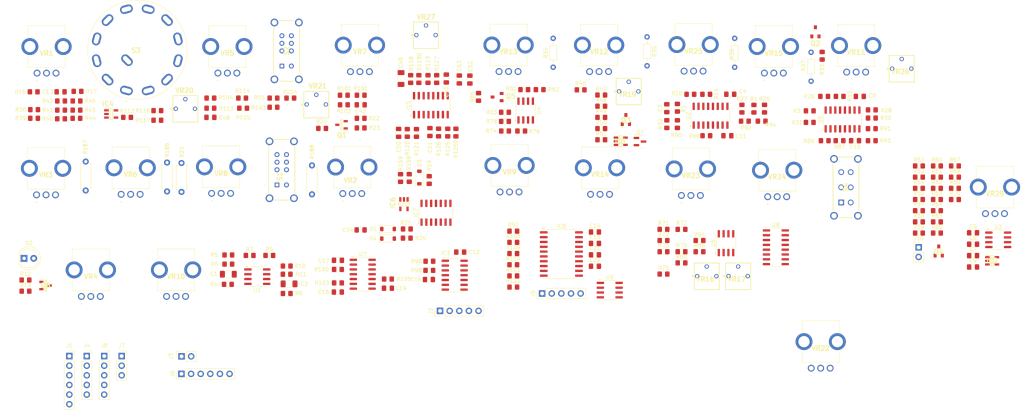
<source format=kicad_pcb>
(kicad_pcb (version 20241229) (generator "pcbnew") (generator_version "9.0")
  (layers (0 "F.Cu" signal) (2 "B.Cu" signal) (13 "F.Paste" user) (15 "B.Paste" user) (5 "F.SilkS" user "F.Silkscreen") (7 "B.SilkS" user "B.Silkscreen") (1 "F.Mask" user) (3 "B.Mask" user) (25 "Edge.Cuts" user))
  (net 0 "")
  (net 1 "Net-(U1A-+)")
  (net 2 "Net-(C1-Pad1)")
  (net 3 "Net-(U1B-+)")
  (net 4 "Raw_Triangle")
  (net 5 "+5VD")
  (net 6 "GNDD")
  (net 7 "GNDA")
  (net 8 "Net-(VR1-WIPER)")
  (net 9 "Net-(C16-Pad1)")
  (net 10 "Net-(U7A-+)")
  (net 11 "Net-(U7B-+)")
  (net 12 "Net-(U7C-+)")
  (net 13 "Vpwm")
  (net 14 "Net-(C48-Pad2)")
  (net 15 "+12VA")
  (net 16 "-5VA")
  (net 17 "Net-(C51-Pad2)")
  (net 18 "Net-(C52-Pad2)")
  (net 19 "Net-(C53-Pad2)")
  (net 20 "Net-(C54-Pad1)")
  (net 21 "VCOWave")
  (net 22 "Net-(C55-Pad2)")
  (net 23 "Sub2oct")
  (net 24 "Sub2octPW")
  (net 25 "Net-(D2-K)")
  (net 26 "Net-(D3-A)")
  (net 27 "Net-(D3-K)")
  (net 28 "Sub1oct")
  (net 29 "Delay")
  (net 30 "Rate")
  (net 31 "Square")
  (net 32 "~MCLR_LFO")
  (net 33 "ICSPCLK_LFO")
  (net 34 "ICSPDT_LFO")
  (net 35 "Gate")
  (net 37 "PWM_Sine")
  (net 38 "PWM_Triangle")
  (net 39 "PWM_Randum")
  (net 41 "RANGE_C")
  (net 42 "Net-(IC4-INPUT_-)")
  (net 43 "-12VA")
  (net 44 "Net-(IC5-Pad14)")
  (net 45 "Net-(IC5-Pad13)")
  (net 46 "VP")
  (net 47 "Net-(IC5-Pad2)")
  (net 48 "Vfci")
  (net 49 "Vso")
  (net 50 "Net-(IC5-Pad7)")
  (net 51 "Vtri")
  (net 52 "Net-(IC5-Pad1)")
  (net 53 "+5VA")
  (net 54 "Net-(IC6-INPUT_+)")
  (net 55 "Net-(IC7A-Q)")
  (net 56 "Net-(IC7A-D)")
  (net 57 "Net-(IC7B-D)")
  (net 58 "Net-(IC7A-C)")
  (net 59 "CV")
  (net 60 "Net-(C3-Pad2)")
  (net 61 "Net-(C4-Pad1)")
  (net 62 "EnvFlt")
  (net 63 "SubVP")
  (net 64 "VPseparate")
  (net 66 "Triangle")
  (net 67 "Sine")
  (net 68 "Randum")
  (net 69 "Net-(Q1-B)")
  (net 70 "Net-(Q3-B)")
  (net 71 "Net-(Q3-C)")
  (net 72 "Raw_Sine")
  (net 73 "Net-(U1A--)")
  (net 74 "Net-(R11-Pad2)")
  (net 75 "Net-(U1B--)")
  (net 76 "Net-(VR1-CW)")
  (net 77 "Net-(VR8-WIPER)")
  (net 78 "RANGE_16")
  (net 79 "RANGE_8")
  (net 80 "RANGE_4")
  (net 81 "RANGE_2")
  (net 82 "Net-(R42-Pad2)")
  (net 83 "PWM_S_MAN")
  (net 84 "Net-(R101-Pad1)")
  (net 85 "Net-(VR21-CW)")
  (net 86 "Net-(VR5-WIPER)")
  (net 87 "Net-(VR20-WIPER)")
  (net 88 "Net-(VR20-CW)")
  (net 89 "Net-(VR27-CCW)")
  (net 90 "Net-(R119-Pad2)")
  (net 91 "Net-(R125-Pad1)")
  (net 92 "Net-(VR6-WIPER)")
  (net 93 "Net-(VR3-WIPER)")
  (net 94 "Net-(VR2-WIPER)")
  (net 95 "Net-(VR7-WIPER)")
  (net 96 "PWM_S_ENV")
  (net 97 "PWMSource")
  (net 98 "Net-(U7D--)")
  (net 107 "VCA_ResoWav")
  (net 108 "Net-(C5-Pad2)")
  (net 109 "Net-(C6-Pad2)")
  (net 110 "VCF_OUT")
  (net 111 "Net-(C7-Pad2)")
  (net 112 "Net-(IC2-INPUT_+)")
  (net 113 "Net-(C8-Pad1)")
  (net 114 "Net-(IC2-OUTPUT)")
  (net 115 "Net-(VR29-CW)")
  (net 116 "Net-(C10-Pad1)")
  (net 117 "Net-(C11-Pad1)")
  (net 118 "Net-(C15-Pad1)")
  (net 119 "Net-(U9A-+)")
  (net 120 "Net-(U9B-+)")
  (net 121 "Net-(IC1-INPUT_-)")
  (net 122 "Net-(IC1-OUTPUT)")
  (net 123 "Net-(IC2-INPUT_-)")
  (net 124 "AmpWave")
  (net 125 "~MCLR_EG")
  (net 126 "AccLv")
  (net 127 "accFlt")
  (net 128 "Sustain")
  (net 129 "Release")
  (net 130 "accAmp")
  (net 131 "PWM_outAmp")
  (net 132 "Decay")
  (net 133 "Attack")
  (net 135 "ICSPDT_EG")
  (net 136 "PWM_outFlt")
  (net 137 "ICSPCLK_EG")
  (net 141 "VCF_ResoWav")
  (net 142 "Net-(J10-Pin_1)")
  (net 143 "Net-(Q2-B)")
  (net 144 "Net-(Q2-E)")
  (net 145 "Net-(Q4-B)")
  (net 146 "Net-(Q4-C)")
  (net 147 "Net-(Q4-E)")
  (net 148 "Net-(Q5-B)")
  (net 149 "Net-(Q5-E)")
  (net 150 "Net-(Q5-C)")
  (net 151 "Net-(Q6-B)")
  (net 152 "Net-(Q6-C)")
  (net 153 "Net-(Q7-B)")
  (net 154 "Net-(U2A--)")
  (net 155 "Net-(U2A-+)")
  (net 156 "Net-(U5A-+)")
  (net 157 "LP12db")
  (net 158 "Net-(U5A--)")
  (net 159 "LP6db")
  (net 160 "LP18db")
  (net 161 "Net-(U5C-+)")
  (net 162 "Net-(U2C-+)")
  (net 163 "Net-(VR13-WIPER)")
  (net 164 "Net-(VR25-WIPER)")
  (net 165 "Net-(VR15-WIPER)")
  (net 166 "Net-(VR19-WIPER)")
  (net 167 "VCFCnt")
  (net 168 "Net-(U3A--)")
  (net 169 "EnvAmp")
  (net 170 "Net-(R53-Pad1)")
  (net 171 "Net-(U8A-+)")
  (net 172 "Net-(R57-Pad2)")
  (net 173 "Net-(U8A--)")
  (net 174 "Net-(U3B-+)")
  (net 175 "Net-(R63-Pad2)")
  (net 176 "Net-(R65-Pad1)")
  (net 177 "VCACnt")
  (net 178 "Net-(U8C-+)")
  (net 179 "Net-(U8C--)")
  (net 180 "Net-(U4A--)")
  (net 181 "Net-(VR12-WIPER)")
  (net 182 "Net-(R75-Pad2)")
  (net 183 "Net-(R76-Pad2)")
  (net 184 "Net-(U6A-+)")
  (net 185 "Net-(U4B-+)")
  (net 186 "Net-(U6A--)")
  (net 187 "Net-(U6B--)")
  (net 188 "Net-(R83-Pad1)")
  (net 189 "Net-(VR16-CW)")
  (net 190 "Net-(VR17-CW)")
  (net 191 "ResoCnt")
  (net 192 "Net-(U5C--)")
  (net 193 "Net-(U2C--)")
  (net 194 "Net-(U9A--)")
  (net 195 "Net-(U9B--)")
  (net 202 "Net-(VR11-CW)")
  (footprint "Package_SO:SOIC-20W_7.5x12.8mm_P1.27mm" (layer "F.Cu") (at 163.322 88.9)
    (property "Reference" "IC8")
    (property "Value" "PIC16F13145-I/SO")
  )
  (footprint "Capacitor_SMD:C_0805_2012Metric_Pad1.18x1.45mm_HandSolder" (layer "F.Cu") (at 132.964 42.607 -90)
    (property "Reference" "C55")
    (property "Value" "CL21B103KBANNNC")
  )
  (footprint "Resistor_SMD:R_0805_2012Metric_Pad1.20x1.40mm_HandSolder" (layer "F.Cu") (at 173.847 52.861)
    (property "Reference" "R49")
    (property "Value" "0805W8F1001T5E")
  )
  (footprint "Resistor_SMD:R_0805_2012Metric_Pad1.20x1.40mm_HandSolder" (layer "F.Cu") (at 24.125 46.116 180)
    (property "Reference" "R16")
    (property "Value" "0805W8F1002T5E")
  )
  (footprint "SamacSys_parts:3362P_1" (layer "F.Cu") (at 98.674 52.974)
    (property "Reference" "VR21")
    (property "Value" "3362P-1-503LF" (hide yes))
  )
  (footprint "Package_SO:SOIC-8_3.9x4.9mm_P1.27mm" (layer "F.Cu") (at 278.561 85.152)
    (property "Reference" "U3")
    (property "Value" "TL072CDT")
  )
  (footprint "Package_SO:SOIC-16_3.9x9.9mm_P1.27mm" (layer "F.Cu") (at 202.676 52.418 90)
    (property "Reference" "U2")
    (property "Value" "LM13700")
  )
  (footprint "Capacitor_SMD:C_0805_2012Metric_Pad1.18x1.45mm_HandSolder" (layer "F.Cu") (at 104.378 90.551 180)
    (property "Reference" "C17")
    (property "Value" "GRM21B5C2E103FWAA")
  )
  (footprint "Resistor_SMD:R_0805_2012Metric_Pad1.20x1.40mm_HandSolder" (layer "F.Cu") (at 190.262 94.194)
    (property "Reference" "R75")
    (property "Value" "0805W8F1002T5E")
  )
  (footprint "Resistor_SMD:R_0805_2012Metric_Pad1.20x1.40mm_HandSolder" (layer "F.Cu") (at 190.262 82.394)
    (property "Reference" "R71")
    (property "Value" "0805W8F1002T5E")
  )
  (footprint "Connector_PinHeader_2.54mm:PinHeader_1x02_P2.54mm_Vertical" (layer "F.Cu") (at 257.571 87.142)
    (property "Reference" "J10")
    (property "Value" "AudioOut")
  )
  (footprint "Resistor_SMD:R_0805_2012Metric_Pad1.20x1.40mm_HandSolder" (layer "F.Cu") (at 173.847 58.761)
    (property "Reference" "R51")
    (property "Value" "0805W8F1002T5E")
  )
  (footprint "Capacitor_SMD:C_0805_2012Metric_Pad1.18x1.45mm_HandSolder" (layer "F.Cu") (at 172.182 86.11)
    (property "Reference" "C15")
    (property "Value" "CL21B103KBANNNC")
  )
  (footprint "Capacitor_SMD:C_0805_2012Metric_Pad1.18x1.45mm_HandSolder" (layer "F.Cu") (at 136.393 42.861 -90)
    (property "Reference" "C53")
    (property "Value" "ECH-U1H102GX5")
  )
  (footprint "Connector_PinHeader_2.54mm:PinHeader_1x05_P2.54mm_Vertical" (layer "F.Cu") (at 131.315 103.901 90)
    (property "Reference" "J2")
    (property "Value" "ICSP LFO")
  )
  (footprint "Resistor_SMD:R_0805_2012Metric_Pad1.20x1.40mm_HandSolder" (layer "F.Cu") (at 104.378 92.964)
    (property "Reference" "R100")
    (property "Value" "0805W8F1002T5E")
  )
  (footprint "Resistor_SMD:R_0805_2012Metric_Pad1.20x1.40mm_HandSolder" (layer "F.Cu") (at 122.554 82.296 180)
    (property "Reference" "R21")
    (property "Value" "0805W8F4702T5E")
  )
  (footprint "Package_SO:SOIC-14_3.9x8.7mm_P1.27mm" (layer "F.Cu") (at 110.92 94.234)
    (property "Reference" "U7")
    (property "Value" "MCP6234T-E/SL")
  )
  (footprint "Capacitor_SMD:C_0805_2012Metric_Pad1.18x1.45mm_HandSolder" (layer "F.Cu") (at 172.182 89.12)
    (property "Reference" "C21")
    (property "Value" "CL21B103KBANNNC")
  )
  (footprint "Capacitor_SMD:C_1206_3216Metric_Pad1.33x1.80mm_HandSolder" (layer "F.Cu") (at 121.026 42.607 90)
    (property "Reference" "C49")
    (property "Value" "C3216X5R1E476MTJ00E")
  )
  (footprint "Resistor_SMD:R_0805_2012Metric_Pad1.20x1.40mm_HandSolder" (layer "F.Cu") (at 128.463 69.378 -90)
    (property "Reference" "R19")
    (property "Value" "0805W8F4702T5E")
  )
  (footprint "SamacSys_parts:RK09D117000B" (layer "F.Cu") (at 59.182 100.076)
    (property "Reference" "VR10")
    (property "Value" "Rate 100KB" (hide yes))
  )
  (footprint "Connector_PinSocket_2.54mm:PinSocket_1x02_P2.54mm_Vertical" (layer "F.Cu") (at 63.123 115.901 90)
    (property "Reference" "J3")
    (property "Value" "D_Power")
  )
  (footprint "Resistor_SMD:R_0805_2012Metric_Pad1.20x1.40mm_HandSolder" (layer "F.Cu") (at 245.222 53.0355 180)
    (property "Reference" "R30")
    (property "Value" "0805W8F1002T5E")
  )
  (footprint "Resistor_SMD:R_0805_2012Metric_Pad1.20x1.40mm_HandSolder" (layer "F.Cu") (at 245.206 59.0045 180)
    (property "Reference" "R93")
    (property "Value" "0805W8F1002T5E")
  )
  (footprint "Resistor_SMD:R_0805_2012Metric_Pad1.20x1.40mm_HandSolder" (layer "F.Cu") (at 75.471 91.567 180)
    (property "Reference" "R6")
    (property "Value" "0805W8F2002T5E")
  )
  (footprint "Resistor_THT:R_Axial_DIN0207_L6.3mm_D2.5mm_P7.62mm_Horizontal" (layer "F.Cu") (at 63.119 72.517 90)
    (property "Reference" "R25")
    (property "Value" "390K")
  )
  (footprint "SamacSys_parts:SOT95P282X145-5N" (layer "F.Cu") (at 178.977 59.16)
    (property "Reference" "IC1")
    (property "Value" "AS321KTR-G1" (hide yes))
  )
  (footprint "SamacSys_parts:SOT95P282X145-5N" (layer "F.Cu") (at 44.572 51.958)
    (property "Reference" "IC4")
    (property "Value" "AS321KTR-G1" (hide yes))
  )
  (footprint "Package_SO:SOIC-16_3.9x9.9mm_P1.27mm" (layer "F.Cu") (at 219.899 87.122)
    (property "Reference" "U8")
    (property "Value" "LM13700")
  )
  (footprint "Resistor_SMD:R_0805_2012Metric_Pad1.20x1.40mm_HandSolder" (layer "F.Cu") (at 216.916 50.546 90)
    (property "Reference" "R29")
    (property "Value" "0805W8F1002T5E")
  )
  (footprint "Resistor_SMD:R_0805_2012Metric_Pad1.20x1.40mm_HandSolder" (layer "F.Cu") (at 262.401 65.672)
    (property "Reference" "R60")
    (property "Value" "0805W8F1002T5E")
  )
  (footprint "Resistor_SMD:R_0805_2012Metric_Pad1.20x1.40mm_HandSolder" (layer "F.Cu") (at 210.947 50.546 90)
    (property "Reference" "R27")
    (property "Value" "0805W8F6802T5E")
  )
  (footprint "Resistor_SMD:R_0805_2012Metric_Pad1.20x1.40mm_HandSolder" (layer "F.Cu") (at 35.412 50.942)
    (property "Reference" "R43")
    (property "Value" "0805W8F2003T5E")
  )
  (footprint "Capacitor_SMD:C_0805_2012Metric_Pad1.18x1.45mm_HandSolder" (layer "F.Cu") (at 172.182 92.13)
    (property "Reference" "C22")
    (property "Value" "CL21B103KBANNNC")
  )
  (footprint "SamacSys_parts:SOT95P240X115-3N" (layer "F.Cu") (at 27.262 97.216)
    (property "Reference" "Q6")
    (property "Value" "SS8050(RANGE:200-350)" (hide yes))
  )
  (footprint "Resistor_SMD:R_0805_2012Metric_Pad1.20x1.40mm_HandSolder" (layer "F.Cu") (at 257.651 74.522)
    (property "Reference" "R56")
    (property "Value" "0805W8F1002T5E")
  )
  (footprint "Diode_SMD:D_SOD-123" (layer "F.Cu") (at 125.857 68.723 90)
    (property "Reference" "D3")
    (property "Value" "1N4148W")
  )
  (footprint "Resistor_SMD:R_0805_2012Metric_Pad1.20x1.40mm_HandSolder" (layer "F.Cu") (at 267.151 74.522)
    (property "Reference" "R70")
    (property "Value" "0805W8F1003T5E")
  )
  (footprint "Resistor_SMD:R_0805_2012Metric_Pad1.20x1.40mm_HandSolder" (layer "F.Cu") (at 211.725 53.848)
    (property "Reference" "R92")
    (property "Value" "0805W8F6802T5E")
  )
  (footprint "Resistor_SMD:R_0805_2012Metric_Pad1.20x1.40mm_HandSolder" (layer "F.Cu") (at 262.401 68.622)
    (property "Reference" "R61")
    (property "Value" "0805W8F1001T5E")
  )
  (footprint "Resistor_SMD:R_0805_2012Metric_Pad1.20x1.40mm_HandSolder" (layer "F.Cu") (at 90.87 99.314 180)
    (property "Reference" "R9")
    (property "Value" "0805W8F1003T5E")
  )
  (footprint "Resistor_THT:R_Axial_DIN0207_L6.3mm_D2.5mm_P7.62mm_Horizontal" (layer "F.Cu") (at 97.536 65.532 -90)
    (property "Reference" "R188")
    (property "Value" "1M")
  )
  (footprint "Resistor_SMD:R_0805_2012Metric_Pad1.20x1.40mm_HandSolder" (layer "F.Cu") (at 201.565 57.69)
    (property "Reference" "R88")
    (property "Value" "0805W8F5600T5E")
  )
  (footprint "Resistor_SMD:R_0805_2012Metric_Pad1.20x1.40mm_HandSolder" (layer "F.Cu") (at 21.955 95.758)
    (property "Reference" "R12")
    (property "Value" "0805W8F1003T5E")
  )
  (footprint "Resistor_SMD:R_0805_2012Metric_Pad1.20x1.40mm_HandSolder" (layer "F.Cu") (at 152.736 56.454 180)
    (property "Reference" "R76")
    (property "Value" "0805W8F2003T5E")
  )
  (footprint "Resistor_SMD:R_0805_2012Metric_Pad1.20x1.40mm_HandSolder" (layer "F.Cu") (at 90.854 94.234 180)
    (property "Reference" "R11")
    (property "Value" "0805W8F1201T5E")
  )
  (footprint "Resistor_SMD:R_0805_2012Metric_Pad1.20x1.40mm_HandSolder" (layer "F.Cu") (at 128.492 93.218)
    (property "Reference" "R99")
    (property "Value" "0805W8F1000T5E")
  )
  (footprint "SamacSys_parts:RK09D117000B" (layer "F.Cu") (at 105.664 72.962)
    (property "Reference" "VR2")
    (property "Value" "SubSquare 10KB" (hide yes))
  )
  (footprint "Resistor_SMD:R_0805_2012Metric_Pad1.20x1.40mm_HandSolder" (layer "F.Cu") (at 120.904 68.85 -90)
    (property "Reference" "R259")
    (property "Value" "0805W8F3302T5E")
  )
  (footprint "Package_SO:SOIC-8_3.9x4.9mm_P1.27mm" (layer "F.Cu") (at 83.107 94.869)
    (property "Reference" "U1")
    (property "Value" "TL072CDT")
  )
  (footprint "Resistor_SMD:R_0805_2012Metric_Pad1.20x1.40mm_HandSolder" (layer "F.Cu") (at 35.428 48.529)
    (property "Reference" "R45")
    (property "Value" "0805W8F2003T5E")
  )
  (footprint "Resistor_SMD:R_0805_2012Metric_Pad1.20x1.40mm_HandSolder" (layer "F.Cu") (at 148.45 51.501 180)
    (property "Reference" "R83")
    (property "Value" "0805W8F1001T5E")
  )
  (footprint "Resistor_SMD:R_0805_2012Metric_Pad1.20x1.40mm_HandSolder" (layer "F.Cu") (at 257.651 77.472)
    (property "Reference" "R57")
    (property "Value" "0805W8F1003T5E")
  )
  (footprint "Resistor_SMD:R_0805_2012Metric_Pad1.20x1.40mm_HandSolder" (layer "F.Cu") (at 267.151 71.572)
    (property "Reference" "R69")
    (property "Value" "0805W8F4702T5E")
  )
  (footprint "Package_SO:SOIC-16_3.9x9.9mm_P1.27mm" (layer "F.Cu") (at 237.49 53.402 90)
    (property "Reference" "U5")
    (property "Value" "LM13700")
  )
  (footprint "Resistor_SMD:R_0805_2012Metric_Pad1.20x1.40mm_HandSolder" (layer "F.Cu") (at 199.762 88.294)
    (property "Reference" "R85")
    (property "Value" "0805W8F1001T5E")
  )
  (footprint "Capacitor_SMD:C_0805_2012Metric_Pad1.18x1.45mm_HandSolder" (layer "F.Cu") (at 240.7985 59.0045 180)
    (property "Reference" "C10")
    (property "Value" "ECH-U1H221JX5")
  )
  (footprint "Resistor_SMD:R_0805_2012Metric_Pad1.20x1.40mm_HandSolder" (layer "F.Cu") (at 130.424 42.734 90)
    (property "Reference" "R127")
    (property "Value" "0805W8F5600T5E")
  )
  (footprint "Resistor_SMD:R_0805_2012Metric_Pad1.20x1.40mm_HandSolder" (layer "F.Cu") (at 128.508 90.805)
    (property "Reference" "R98")
    (property "Value" "0805W8F1001T5E")
  )
  (footprint "Resistor_SMD:R_0805_2012Metric_Pad1.20x1.40mm_HandSolder" (layer "F.Cu") (at 70.734 50.434 180)
    (property "Reference" "R113")
    (property "Value" "0805W8F5600T5E")
  )
  (footprint "Resistor_SMD:R_0805_2012Metric_Pad1.20x1.40mm_HandSolder" (layer "F.Cu") (at 190.262 85.344)
    (property "Reference" "R72")
    (property "Value" "0805W8F5600T5E")
  )
  (footprint "Package_SO:SOIC-8_3.9x4.9mm_P1.27mm" (layer "F.Cu") (at 206.756 86.041 90)
    (property "Reference" "U6")
    (property "Value" "TL072CDT")
  )
  (footprint "Resistor_SMD:R_0805_2012Metric_Pad1.20x1.40mm_HandSolder" (layer "F.Cu") (at 228.839 54.1785 180)
    (property "Reference" "R31")
    (property "Value" "0805W8F1003T5E")
  )
  (footprint "Resistor_SMD:R_0805_2012Metric_Pad1.20x1.40mm_HandSolder" (layer "F.Cu") (at 79.37 50.434)
    (property "Reference" "R115")
    (property "Value" "0805W8F4703T5E")
  )
  (footprint "Capacitor_SMD:C_0805_2012Metric_Pad1.18x1.45mm_HandSolder" (layer "F.Cu") (at 31.221 46.116)
    (property "Reference" "C13")
    (property "Value" "CL21B102KBCNNNC")
  )
  (footprint "SamacSys_parts:RK09D117000B" (layer "F.Cu") (at 229.23 119.014)
    (property "Reference" "VR22")
    (property "Value" "AccLevel 10KB" (hide yes))
  )
  (footprint "SamacSys_parts:RK09D117000B" (layer "F.Cu") (at 147.151 72.532)
    (property "Reference" "VR9")
    (property "Value" "Attack 100KA" (hide yes))
  )
  (footprint "Resistor_SMD:R_0805_2012Metric_Pad1.20x1.40mm_HandSolder" (layer "F.Cu") (at 150.638 88.773)
    (property "Reference" "R109")
    (property "Value" "0805W8F1002T5E")
  )
  (footprint "Capacitor_SMD:C_0805_2012Metric_Pad1.18x1.45mm_HandSolder" (layer "F.Cu") (at 104.3565 98.933 180)
    (property "Reference" "C18")
    (property "Value" "GRM21B5C2E103FWAA")
  )
  (footprint "Resistor_SMD:R_0805_2012Metric_Pad1.20x1.40mm_HandSolder" (layer "F.Cu") (at 125.725 42.734 -90)
    (property "Reference" "R1190")
    (property "Value" "0805W8F4703T5E")
  )
  (footprint "Resistor_SMD:R_0805_2012Metric_Pad1.20x1.40mm_HandSolder" (layer "F.Cu") (at 232.792 59.0045)
    (property "Reference" "R89")
    (property "Value" "0805W8F5600T5E")
  )
  (footprint "Capacitor_SMD:C_0805_2012Metric_Pad1.18x1.45mm_HandSolder" (layer "F.Cu") (at 207.8775 46.752)
    (property "Reference" "C4")
    (property "Value" "ECH-U1H221JX5")
  )
  (footprint "Connector_PinHeader_2.54mm:PinHeader_1x05_P2.54mm_Vertical" (layer "F.Cu") (at 158.242 99.314 90)
    (property "Reference" "J5")
    (property "Value" "ICSP EG")
  )
  (footprint "Resistor_SMD:R_0805_2012Metric_Pad1.20x1.40mm_HandSolder" (layer "F.Cu") (at 123.19 68.834 90)
    (property "Reference" "R258")
    (property "Value" "0805w8f4703t5e")
  )
  (footprint "Resistor_SMD:R_0805_2012Metric_Pad1.20x1.40mm_HandSolder" (layer "F.Cu") (at 135.504 56.863 90)
    (property "Reference" "R1250")
    (property "Value" "0805W8F4703T5E")
  )
  (footprint "Resistor_SMD:R_0805_2012Metric_Pad1.20x1.40mm_HandSolder" (layer "F.Cu") (at 122.677 56.958 90)
    (property "Reference" "R120")
    (property "Value" "0805W8F2702T5E")
  )
  (footprint "Resistor_SMD:R_0805_2012Metric_Pad1.20x1.40mm_HandSolder" (layer "F.Cu") (at 262.401 77.472)
    (property "Reference" "R64")
    (property "Value" "0805W8F5101T5E")
  )
  (footprint "Resistor_SMD:R_0805_2012Metric_Pad1.20x1.40mm_HandSolder" (layer "F.Cu") (at 216.154 53.848 180)
    (property "Reference" "R94")
    (property "Value" "0805W8F1002T5E")
  )
  (footprint "SamacSys_parts:3362P_1" (layer "F.Cu") (at 181.102 49.533)
    (property "Reference" "VR19")
    (property "Value" "3362P-1-104LF" (hide yes))
  )
  (footprint "SamacSys_parts:1SS294LFT" (layer "F.Cu") (at 180.34 53.426)
    (property "Reference" "Q3")
    (property "Value" "2SA1162-GR_F_" (hide yes))
  )
  (footprint "Diode_SMD:D_SOD-123" (layer "F.Cu") (at 117.602 82.296)
    (property "Reference" "D1")
    (property "Value" "1N4148W")
  )
  (footprint "Resistor_SMD:R_0805_2012Metric_Pad1.20x1.40mm_HandSolder" (layer "F.Cu") (at 267.151 68.622)
    (property "Reference" "R68")
    (property "Value" "0805W8F1002T5E")
  )
  (footprint "Resistor_SMD:R_0805_2012Metric_Pad1.20x1.40mm_HandSolder" (layer "F.Cu") (at 148.45 53.914 180)
    (property "Reference" "R78")
    (property "Value" "0805W8F1002T5E")
  )
  (footprint "Capacitor_SMD:C_0805_2012Metric_Pad1.18x1.45mm_HandSolder" (layer "F.Cu") (at 271.931 92.332)
    (property "Reference" "C9")
    (property "Value" "CL21B105KBFNNNE")
  )
  (footprint "Capacitor_SMD:C_0805_2012Metric_Pad1.18x1.45mm_HandSolder" (layer "F.Cu") (at 128.646 56.7255 90)
    (property "Reference" "C51")
    (property "Value" "CL21B103KBANNNC")
  )
  (footprint "Package_SO:SOIC-8_3.9x4.9mm_P1.27mm" (layer "F.Cu") (at 176.084 98.425)
    (property "Reference" "U9")
    (property "Value" "MCP6232-E_P")
  )
  (footprint "SamacSys_parts:SOT95P282X145-5N" (layer "F.Cu") (at 121.793 75.748 -90)
    (property "Reference" "IC6")
    (property "Value" "AS321KTR-G1" (hide yes))
  )
  (footprint "SamacSys_parts:RK09D117000B" (layer "F.Cu") (at 216.874 41.163)
    (property "Reference" "VR15")
    (property "Value" "Mod 100KA" (hide yes))
  )
  (footprint "SamacSys_parts:MS2201L6" (layer "F.Cu") (at 237.149 75.31 90)
    (property "Reference" "S4")
    (property "Value" "MS2201L6" (hide yes))
  )
  (footprint "Capacitor_SMD:C_0805_2012Metric_Pad1.18x1.45mm_HandSolder" (layer "F.Cu") (at 128.381 95.631 180)
    (property "Reference" "C16")
    (property "Value" "CL21B103KBANNNC")
  )
  (footprint "Resistor_SMD:R_0805_2012Metric_Pad1.20x1.40mm_HandSolder" (layer "F.Cu") (at 173.847 55.811)
    (property "Reference" "R50")
    (property "Value" "0805W8F1003T5E")
  )
  (footprint "Capacitor_SMD:C_0805_2012Metric_Pad1.18x1.45mm_HandSolder" (layer "F.Cu") (at 70.734 52.847 180)
    (property "Reference" "C48")
    (property "Value" "CL21B103KBANNNC")
  )
  (footprint "Connector_PinSocket_2.54mm:PinSocket_1x05_P2.54mm_Vertical" (layer "F.Cu") (at 38.128 115.824)
    (property "Reference" "J4")
    (property "Value" "LFO")
  )
  (footprint "Capacitor_SMD:C_0805_2012Metric_Pad1.18x1.45mm_HandSolder" (layer "F.Cu") (at 271.931 89.322)
    (property "Reference" "C7")
    (property "Value" "CL21B105KBFNNNE")
  )
  (footprint "SamacSys_parts:RK09D117000B" (layer "F.Cu") (at 72.719 41.163)
    (property "Reference" "VR5")
    (property "Value" "Mod 100KA" (hide yes))
  )
  (footprint "Resistor_SMD:R_0805_2012Metric_Pad1.20x1.40mm_HandSolder" (layer "F.Cu") (at 262.401 74.522)
    (property "Reference" "R63")
    (property "Value" "0805W8F1002T5E")
  )
  (footprint "Resistor_SMD:R_0805_2012Metric_Pad1.20x1.40mm_HandSolder" (layer "F.Cu") (at 228.839 51.1305)
    (property "Reference" "R3")
    (property "Value" "0805W8F1003T5E")
  )
  (footprint "Resistor_SMD:R_0805_2012Metric_Pad1.20x1.40mm_HandSolder" (layer "F.Cu") (at 190.262 88.294)
    (property "Reference" "R73")
    (property "Value" "0805W8F5600T5E")
  )
  (footprint "Capacitor_SMD:C_1206_3216Metric_Pad1.33x1.80mm_HandSolder" (layer "F.Cu") (at 91.489 96.774 180)
    (property "Reference" "C2")
    (property "Value" "CL31A476MPHNNNE")
  )
  (footprint "SamacSys_parts:1SS294LFT" (layer "F.Cu") (at 230.341 30.283)
    (property "Reference" "Q2")
    (property "Value" "2SA1162-GR_F_" (hide yes))
  )
  (footprint "Connector_PinSocket_2.54mm:PinSocket_1x06_P2.54mm_Vertical" (layer "F.Cu") (at 33.528 115.824)
    (property "Reference" "J1")
    (property "Value" "VCOOut")
  )
  (footprint "SamacSys_parts:MS2301L6" (layer "F.Cu") (at 89.6 39.318 90)
    (property "Reference" "S2")
    (property "Value" "MS2301L6" (hide yes))
  )
  (footprint "SamacSys_parts:RK09D117000B" (layer "F.Cu") (at 275.204 78.247)
    (property "Reference" "VR29")
    (property "Value" "Volume 100KA" (hide yes))
  )
  (footprint "Resistor_SMD:R_0805_2012Metric_Pad1.20x1.40mm_HandSolder" (layer "F.Cu") (at 79.116 47.767 180)
    (property "Reference" "R114")
    (property "Value" "0805W8F1003T5E")
  )
  (footprint "Connector_PinSocket_2.54mm:PinSocket_1x05_P2.54mm_Vertical" (layer "F.Cu") (at 42.728 115.824)
    (property "Reference" "J8")
    (property "Value" "DigiInput")
  )
  (footprint "LED_THT:LED_D5.0mm_FlatTop" (layer "F.Cu") (at 21.59 90.043)
    (property "Reference" "D2")
    (property "Value" "LED")
  )
  (footprint "Package_SO:SOIC-14_3.9x8.7mm_P1.27mm" (layer "F.Cu") (at 130.241 78.014 90)
    (property "Reference" "IC7")
    (property "Value" "HEF4013BT,653")
  )
  (footprint "SamacSys_parts:RK09D117000B" (layer "F.Cu") (at 238.591 40.909)
    (property "Reference" "VR11")
    (property "Value" "KYBD 100KB" (hide yes))
  )
  (footprint "Resistor_SMD:R_0805_2012Metric_Pad1.20x1.40mm_HandSolder" (layer "F.Cu") (at 70.734 47.767)
    (property "Reference" "R104")
    (property "Value" "0805W8F2203T5E")
  )
  (footprint "Capacitor_SMD:C_0805_2012Metric_Pad1.18x1.45mm_HandSolder" (layer "F.Cu") (at 110.39 49.545 180)
    (property "Reference" "C42")
    (property "Value" "CL21B103KBANNNC")
  )
  (footprint "Resistor_SMD:R_0805_2012Metric_Pad1.20x1.40mm_HandSolder" (layer "F.Cu") (at 232.119 36.592 -90)
    (property "Reference" "R33")
    (property "Value" "0805W8F3302T5E")
  )
  (footprint "Connector_PinHeader_2.54mm:PinHeader_1x06_P2.54mm_Vertical" (layer "F.Cu") (at 63.093 120.521 90)
    (property "Reference" "J6")
    (property "Value" "A_Power")
  )
  (footprint "Resistor_SMD:R_0805_2012Metric_Pad1.20x1.40mm_HandSolder" (layer "F.Cu") (at 24.22 53.101)
    (property "Reference" "R39")
    (property "Value" "0805W8F2003T5E")
  )
  (footprint "SamacSys_parts:SOT95P282X145-5N" (layer "F.Cu") (at 276.961 90.702)
    (property "Reference" "IC2")
    (property "Value" "AS321KTR-G1" (hide yes))
  )
  (footprint "Resistor_SMD:R_0805_2012Metric_Pad1.20x1.40mm_HandSolder" (layer "F.Cu") (at 193.929 50.308 -90)
    (property "Reference" "R2")
    (property "Value" "0805W8F1003T5E")
  )
  (footprint "Resistor_THT:R_Axial_DIN0207_L6.3mm_D2.5mm_P7.62mm_Horizontal" (layer "F.Cu") (at 59.309 72.39 90)
    (property "Reference" "R186")
    (property "Value" "470K")
  )
  (footprint "SamacSys_parts:RK09D117000B" (layer "F.Cu") (at 217.758 73.787)
    (property "Reference" "VR24")
    (property "Value" "Release 100KA" (hide yes))
  )
  (footprint "Resistor_SMD:R_0805_2012Metric_Pad1.20x1.40mm_HandSolder" (layer "F.Cu") (at 130.932 56.847 90)
    (property "Reference" "R126")
    (property "Value" "0805W8F1002T5E")
  )
  (footprint "Capacitor_SMD:C_0805_2012Metric_Pad1.18x1.45mm_HandSolder" (layer "F.Cu") (at 117.57 97.917)
    (property "Reference" "C19")
    (property "Value" "GRM21B5C2E103FWAA")
  )
  (footprint "SamacSys_parts:3362P_1" (layer "F.Cu") (at 127.6155 34.677)
    (property "Reference" "VR27")
    (property "Value" "3362P-1-501LF" (hide yes))
  )
  (footprint "Resistor_SMD:R_0805_2012Metric_Pad1.20x1.40mm_HandSolder" (layer "F.Cu") (at 117.57 95.504 180)
    (property "Reference" "R105")
    (property "Value" "0805W8F1002T5E")
  )
  (footprint "Resistor_SMD:R_0805_2012Metric_Pad1.20x1.40mm_HandSolder" (layer "F.Cu") (at 24.236 50.815)
    (property "Reference" "R38")
    (property "Value" "0805W8F2003T5E")
  )
  (footprint "SamacSys_parts:RK09D117000B" (layer "F.Cu") (at 47.197 73.152)
    (property "Reference" "VR6")
    (property "Value" "Square 10KB" (hide yes))
  )
  (footprint "Resistor_SMD:R_0805_2012Metric_Pad1.20x1.40mm_HandSolder" (layer "F.Cu") (at 197.358 46.768)
    (property "Reference" "R18")
    (property "Value" "0805W8F5600T5E")
  )
  (footprint "Resistor_SMD:R_0805_2012Metric_Pad1.20x1.40mm_HandSolder" (layer "F.Cu") (at 201.533 46.768 180)
    (property "Reference" "R14")
    (property "Value" "0805W8F5600T5E")
  )
  (footprint "Diode_SMD:D_SOD-123" (layer "F.Cu") (at 117.601 84.836)
    (property "Reference" "D4")
    (property "Value" "1N4148W")
  )
  (footprint "Resistor_SMD:R_0805_2012Metric_Pad1.20x1.40mm_HandSolder" (layer "F.Cu") (at 153.53 45.532)
    (property "Reference" "R81")
    (property "Value" "0805W8F1001T5E")
  )
  (footprint "Connector_PinSocket_2.54mm:PinSocket_1x03_P2.54mm_Vertical" (layer "F.Cu") (at 47.328 115.824)
    (property "Reference" "J7")
    (property "Value" "VCFOut")
  )
  (footprint "Resistor_SMD:R_0805_2012Metric_Pad1.20x1.40mm_HandSolder" (layer "F.Cu") (at 195.012 82.394)
    (property "Reference" "R77")
    (property "Value" "0805W8F5101T5E")
  )
  (footprint "Resistor_SMD:R_0805_2012Metric_Pad1.20x1.40mm_HandSolder" (layer "F.Cu") (at 31.348 48.529)
    (property "Reference" "R42")
    (property "Value" "0805W8F2003T5E")
  )
  (footprint "Resistor_SMD:R_0805_2012Metric_Pad1.20x1.40mm_HandSolder" (layer "F.Cu") (at 48.763 52.847)
    (property "Reference" "R112")
    (property "Value" "0805W8F1003T5E")
  )
  (footprint "SamacSys_parts:RK09D117000B" (layer "F.Cu") (at 171.022 73.152)
    (property "Reference" "VR14")
    (property "Value" "Decay 100KA" (hide yes))
  )
  (footprint "Capacitor_SMD:C_0805_2012Metric_Pad1.18x1.45mm_HandSolder" (layer "F.Cu") (at 191.135 50.435 90)
    (property "Reference" "C3")
    (property "Value" "CL21A106KAYNNNE")
  )
  (footprint "Resistor_SMD:R_0805_2012Metric_Pad1.20x1.40mm_HandSolder" (layer "F.Cu") (at 87.371 50.18 180)
    (property "Reference" "R193")
    (property "Value" "0805W8F3302T5E")
  )
  (footprint "Resistor_SMD:R_0805_2012Metric_Pad1.20x1.40mm_HandSolder" (layer "F.Cu") (at 262.401 80.422)
    (property "Reference" "R65")
    (property "Value" "0805W8F1001T5E")
  )
  (footprint "SamacSys_parts:3362P_1" (layer "F.Cu") (at 64.13 54.117)
    (property "Reference" "VR20")
    (property "Value" "3362P-1-503LF" (hide yes))
  )
  (footprint "Resistor_SMD:R_0805_2012Metric_Pad1.20x1.40mm_HandSolder" (layer "F.Cu") (at 90.87 92.075 180)
    (property "Reference" "R10")
    (property "Value" "0805W8F1002T5E")
  )
  (footprint "Resistor_SMD:R_0805_2012Metric_Pad1.20x1.40mm_HandSolder" (layer "F.Cu") (at 110.374 53.101 180)
    (property "Reference" "R22")
    (property "Value" "0805W8F1002T5E")
  )
  (footprint "Resistor_SMD:R_0805_2012Metric_Pad1.20x1.40mm_HandSolder" (layer "F.Cu") (at 150.638 85.823)
    (property "Reference" "R106")
    (property "Value" "0805W8F1000T5E")
  )
  (footprint "Resistor_SMD:R_0805_2012Metric_Pad1.20x1.40mm_HandSolder" (layer "F.Cu") (at 56.744 51.069 180)
    (property "Reference" "R116")
    (property "Value" "0805W8F1003T5E")
  )
  (footprint "Resistor_SMD:R_0805_2012Metric_Pad1.20x1.40mm_HandSolder" (layer "F.Cu") (at 110.374 55.641 180)
    (property "Reference" "R23")
    (property "Value" "0805W8F1001T5E")
  )
  (footprint "SamacSys_parts:1SS294LFT" (layer "F.Cu") (at 146.361 47.498 90)
    (property "Reference" "Q5")
    (property "Value" "2SA1162-GR_F_" (hide yes))
  )
  (footprint "Resistor_SMD:R_0805_2012Metric_Pad1.20x1.40mm_HandSolder" (layer "F.Cu") (at 191.135 54.626 -90)
    (property "Reference" "R32")
    (property "Value" "0805W8F1003T5E")
  )
  (footprint "Resistor_SMD:R_0805_2012Metric_Pad1.20x1.40mm_HandSolder" (layer "F.Cu") (at 86.282 89.281)
    (property "Reference" "R8")
    (property "Value" "0805W8F1000T5E")
  )
  (footprint "Resistor_SMD:R_0805_2012Metric_Pad1.20x1.40mm_HandSolder" (layer "F.Cu") (at 257.651 65.672)
    (property "Reference" "R52")
    (property "Value" "0805W8F1003T5E")
  )
  (footprint "Resistor_SMD:R_0805_2012Metric_Pad1.20x1.40mm_HandSolder" (layer "F.Cu") (at 91.816 47.767)
    (property "Reference" "R214")
    (property "Value" "0805W8F1002T5E")
  )
  (footprint "Resistor_SMD:R_0805_2012Metric_Pad1.20x1.40mm_HandSolder" (layer "F.Cu") (at 150.638 94.673)
    (property "Reference" "R111")
    (property "Value" "0805W8F1000T5E")
  )
  (footprint "Resistor_SMD:R_0805_2012Metric_Pad1.20x1.40mm_HandSolder" (layer "F.Cu") (at 195.012 88.294)
    (property "Reference" "R79")
    (property "Value" "0805W8F1002T5E")
  )
  (footprint "SamacSys_parts:3362P_1" (layer "F.Cu") (at 209.955 98.272)
    (property "Reference" "VR17")
    (property "Value" "3362P-1-103LF" (hide yes))
  )
  (footprint "Resistor_SMD:R_0805_2012Metric_Pad1.20x1.40mm_HandSolder" (layer "F.Cu") (at 236.697 59.0045 180)
    (property "Reference" "R87")
    (property "Value" "0805W8F5600T5E")
  )
  (footprint "Capacitor_SMD:C_0805_2012Metric_Pad1.18x1.45mm_HandSolder" (layer "F.Cu") (at 271.931 83.302)
    (property "Reference" "C5")
    (property "Value" "CL21A106KAYNNNE")
  )
  (footprint "SamacSys_parts:RK09D117000B" (layer "F.Cu") (at 71.068 72.898)
    (property "Reference" "VR8")
    (property "Value" "Triangle 100KB" (hide yes))
  )
  (footprint "Resistor_SMD:R_0805_2012Metric_Pad1.20x1.40mm_HandSolder" (layer "F.Cu") (at 122.538 84.709 180)
    (property "Reference" "R20")
    (property "Value" "0805W8F4702T5E")
  )
  (footprint "SamacSys_parts:RK09D117000B" (layer "F.Cu") (at 195.702 40.655)
    (property "Reference" "VR25")
    (property "Value" "Env 100KB" (hide yes))
  )
  (footprint "SamacSys_parts:RK09D117000B" (layer "F.Cu") (at 25.009 41.178)
    (property "Reference" "VR1")
    (property "Value" "Tune 10KB" (hide yes))
  )
  (footprint "Resistor_SMD:R_0805_2012Metric_Pad1.20x1.40mm_HandSolder" (layer "F.Cu") (at 56.744 53.609)
    (property "Reference" "R117")
    (property "Value" "0805W8F2203T5E")
  )
  (footprint "Resistor_SMD:R_0805_2012Metric_Pad1.20x1.40mm_HandSolder" (layer "F.Cu") (at 173.847 49.911)
    (property "Reference" "R48")
    (property "Value" "0805W8F4702T5E")
  )
  (footprint "SamacSys_parts:RK09D117000B" (layer "F.Cu") (at 107.686 40.797)
    (property "Reference" "VR7")
    (property "Value" "PWM Duty10KB" (hide yes))
  )
  (footprint "Resistor_SMD:R_0805_2012Metric_Pad1.20x1.40mm_HandSolder" (layer "F.Cu") (at 262.401 71.572)
    (property "Reference" "R62")
    (property "Value" "0805W8F1001T5E")
  )
  (footprint "Resistor_SMD:R_0805_2012Metric_Pad1.20x1.40mm_HandSolder" (layer "F.Cu") (at 110.39 47.005 180)
    (property "Reference" "R191")
    (property "Value" "0805W8F1003T5E")
  )
  (footprint "Resistor_SMD:R_0805_2012Metric_Pad1.20x1.40mm_HandSolder" (layer "F.Cu") (at 21.955 98.708)
    (property "Reference" "R13")
    (property "Value" "0805W8F2201T5E")
  )
  (footprint "Resistor_SMD:R_0805_2012Metric_Pad1.20x1.40mm_HandSolder" (layer "F.Cu") (at 236.745 47.3205 180)
    (property "Reference" "R15")
    (property "Value" "0805W8F5600T5E")
  )
  (footprint "Resistor_THT:R_Axial_DIN0207_L6.3mm_D2.5mm_P7.62mm_Horizontal" (layer "F.Cu") (at 37.846 72.136 90)
    (property "Reference" "R187")
    (property "Value" "470K")
  )
  (footprint "Resistor_SMD:R_0805_2012Metric_Pad1.20x1.40mm_HandSolder" (layer "F.Cu") (at 257.651 80.422)
    (property "Reference" "R58")
    (property "Value" "0805W8F5600T5E")
  )
  (footprint "Resistor_SMD:R_0805_2012Metric_Pad1.20x1.40mm_HandSolder" (layer "F.Cu") (at 257.651 83.372)
    (property "Reference" "R59")
    (property "Value" "0805W8F5600T5E")
  )
  (footprint "Capacitor_SMD:C_0805_2012Metric_Pad1.18x1.45mm_HandSolder" (layer "F.Cu") (at 207.1155 57.69)
    (property "Reference" "C11")
    (property "Value" "ECH-U1H221JX5")
  )
  (footprint "Package_SO:SOP-16_3.9x9.9mm_P1.27mm" (layer "F.Cu") (at 128.9 49.632 90)
    (property "Reference" "IC5")
    (property "Value" "V3340M")
  )
  (footprint "Resistor_SMD:R_0805_2012Metric_Pad1.20x1.40mm_HandSolder" (layer "F.Cu") (at 245.206 55.8295 180)
    (property "Reference" "R91")
    (property "Value" "0805W8F6802T5E")
  )
  (footprint "Capacitor_SMD:C_0805_2012Metric_Pad1.18x1.45mm_HandSolder" (layer "F.Cu") (at 139.187 42.8825 -90)
    (property "Reference" "C52")
    (property "Value" "CL21B103KBANNNC")
  )
  (footprint "Capacitor_SMD:C_1206_3216Metric_Pad1.33x1.80mm_HandSolder" (layer "F.Cu") (at 75.471 94.234)
    (property "Reference" "C1")
    (property "Value" "CL31A476MPHNNNE")
  )
  (footprint "Resistor_SMD:R_0805_2012Metric_Pad1.20x1.40mm_HandSolder" (layer "F.Cu") (at 105.945 49.545 180)
    (property "Reference" "R102")
    (property "Value" "0805W8F4703T5E")
  )
  (footprint "Capacitor_SMD:C_0805_2012Metric_Pad1.18x1.45mm_HandSolder" (layer "F.Cu") (at 271.931 86.312)
    (property "Reference" "C6")
    (property "Value" "CL21A106KAYNNNE")
  )
  (footprint "SamacSys_parts:3362P_1" (layer "F.Cu") (at 201.676 98.272)
    (property "Reference" "VR16")
    (property "Value" "3362P-1-103LF" (hide yes))
  )
  (footprint "Resistor_SMD:R_0805_2012Metric_Pad1.20x1.40mm_HandSolder" (layer "F.Cu") (at 128.138 42.734 90)
    (property "Reference" "R119")
    (property "Value" "0805W8F1004T5E")
  )
  (footprint "Resistor_THT:R_Axial_DIN0204_L3.6mm_D1.6mm_P7.62mm_Horizontal" (layer "F.Cu") (at 185.928 31.623 -90)
    (property "Reference" "R35")
    (property "Value" "56K")
  )
  (footprint "Resistor_SMD:R_0805_2012Metric_Pad1.20x1.40mm_HandSolder" (layer "F.Cu") (at 232.649 47.3205)
    (property "Reference" "R26")
    (property "Value" "0805W8F5600T5E")
  )
  (footprint "Resistor_SMD:R_0805_2012Metric_Pad1.20x1.40mm_HandSolder" (layer "F.Cu") (at 75.471 89.154)
    (property "Reference" "R5")
    (property "Value" "0805W8F3002T5E")
  )
  (footprint "Resistor_SMD:R_0805_2012Metric_Pad1.20x1.40mm_HandSolder" (layer "F.Cu") (at 214.122 50.562 -90)
    (property "Reference" "R1")
    (property "Value" "0805W8F1003T5E")
  )
  (footprint "Capacitor_SMD:C_0805_2012Metric_Pad1.18x1.45mm_HandSolder" (layer "F.Cu") (at 110.363 82.55 180)
    (property "Reference" "C54")
    (property "Value" "CL21A106KAYNNNE")
  )
  (footprint "Capacitor_SMD:C_0805_2012Metric_Pad1.18x1.45mm_HandSolder" (layer "F.Cu") (at 172.182 83.1)
    (property "Reference" "C14")
    (property "Value" "0.1uF")
  )
  (footprint "Resistor_SMD:R_0805_2012Metric_Pad1.20x1.40mm_HandSolder" (layer "F.Cu") (at 157.594 45.532 180)
    (property "Reference" "R82")
    (property "Value" "0805W8F1001T5E")
  )
  (footprint "Resistor_SMD:R_0805_2012Metric_Pad1.20x1.40mm_HandSolder" (layer "F.Cu") (at 123.566 42.734 90)
    (property "Reference" "R118")
    (property "Value" "0805W8F1501T5E")
  )
  (footprint "Package_TO_SOT_SMD:SOT-23" (layer "F.Cu") (at 184.057 59.235)
    (property "Reference" "Q7")
    (property "Value" "SS8050(RANGE:200-350)")
  )
  (footprint "Resistor_SMD:R_0805_2012Metric_Pad1.20x1.40mm_HandSolder" (layer "F.Cu") (at 81.091 89.281)
    (property "Reference" "R7")
    (property "Value" "0805W8F1000T5E")
  )
  (footprint "Capacitor_SMD:C_0805_2012Metric_Pad1.18x1.45mm_HandSolder" (layer "F.Cu") (at 242.047 47.3205)
    (property "Reference" "C8")
    (property "Value" "ECH-U1H221JX5")
  )
  (footprint "SamacSys_parts:RK09D117000B" (layer "F.Cu") (at 170.773 40.782)
    (property "Reference" "VR12")
    (property "Value" "Resonance 100KB" (hide yes))
  )
  (footprint "Resistor_SMD:R_0805_2012Metric_Pad1.20x1.40mm_HandSolder" (layer "F.Cu") (at 199.762 85.344)
    (property "Reference" "R84")
    (property "Value" "0805W8F1002T5E")
  )
  (footprint "SamacSys_parts:3362P_1" (layer "F.Cu") (at 253.111 43.535)
    (property "Reference" "VR26")
    (property "Value" "3362P-1-503LF" (hide yes))
  )
  (footprint "Resistor_THT:R_Axial_DIN0204_L3.6mm_D1.6mm_P7.62mm_Horizontal" (layer "F.Cu") (at 209.042 32.004 -90)
    (property "Reference" "R36")
    (property "Value" "39K")
  )
  (footprint "Resistor_SMD:R_0805_2012Metric_Pad1.20x1.40mm_HandSolder" (layer "F.Cu") (at 267.151 65.672)
    (property "Reference" "R67")
    (property "Value" "0805W8F1002T5E")
  )
  (footprint "Resistor_SMD:R_0805_2012Metric_Pad1.20x1.40mm_HandSolder" (layer "F.Cu") (at 193.929 54.626 90)
    (property "Reference" "R90")
    (property "Value" "0805W8F5600T5E")
  )
  (footprint "Resistor_SMD:R_0805_2012Metric_Pad1.20x1.40mm_HandSolder" (layer "F.Cu") (at 173.847 46.961)
    (property "Reference" "R47")
    (property "Value" "0805W8F2702T5E")
  )
  (footprint "Resistor_SMD:R_0805_2012Metric_Pad1.20x1.40mm_HandSolder" (layer "F.Cu") (at 125.09 56.958 90)
    (property "Reference" "R121")
    (property "Value" "0805W8F5601T5E")
  )
  (footprint "Resistor_SMD:R_0805_2012Metric_Pad1.20x1.40mm_HandSolder" (layer "F.Cu") (at 87.371 47.767 180)
    (property "Reference" "R55")
    (property "Value" "0805W8F5102T5E")
  )
  (footprint "SamacSys_parts:SOT95P240X115-3N" (layer "F.Cu") (at 105.321 54.813 180)
    (property "Reference" "Q1")
    (property "Value" "SS8050(RANGE:200-350)" (hide yes))
  )
  (footprint "Resistor_SMD:R_0805_2012Metric_Pad1.20x1.40mm_HandSolder" (layer "F.Cu") (at 257.651 71.572)
    (property "Reference" "R54")
    (property "Value" "0805W8F1002T5E")
  )
  (footprint "Resistor_SMD:R_0805_2012Metric_Pad1.20x1.40mm_HandSolder" (layer "F.Cu") (at 105.929 47.005 180)
    (property "Reference" "R101")
    (property "Value" "0805W8F5102T5E")
  )
  (footprint "Resistor_SMD:R_0805_2012Metric_Pad1.20x1.40mm_HandSolder" (layer "F.Cu") (at 148.466 56.454)
    (property "Reference" "R74")
    (property "Value" "0805W8F1003T5E")
  )
  (footprint "SamacSys_parts:Cosland_RS-2688-0112-38N" (layer "F.Cu") (at 48.58222 45.76366)
    (property "Reference" "S3")
    (property "Value" "Cosland_RS-2688-0112-38N" (hide yes))
  )
  (footprint "Resistor_SMD:R_0805_2012Metric_Pad1.20x1.40mm_HandSolder" (layer "F.Cu") (at 195.012 91.244)
    (property "Reference" "R80")
    (property "Value" "0805W8F1002T5E")
  )
  (footprint "Resistor_THT:R_Axial_DIN0204_L3.6mm_D1.6mm_P7.62mm_Horizontal" (layer "F.Cu") (at 161.163 39.624 90)
    (property "Reference" "R34")
    (property "Value" "20K")
  )
  (footprint "Package_SO:SOIC-8_3.9x4.9mm_P1.27mm" (layer "F.Cu") (at 153.911 51.055 90)
    (property "Reference" "U4")
    (property "Value" "TL072CDT")
  )
  (footprint "Resistor_SMD:R_0805_2012Metric_Pad1.20x1.40mm_HandSolder" (layer "F.Cu") (at 257.651 68.622)
    (property "Reference" "R53")
    (property "Value" "0805W8F4702T5E")
  )
  (footprint "Capacitor_SMD:C_0805_2012Metric_Pad1.18x1.45mm_HandSolder" (layer "F.Cu") (at 120.391 56.9365 -90)
    (property "Reference" "C50")
    (property "Value" "CL21A225KBQNNNE")
  )
  (footprint "Resistor_SMD:R_0805_2012Metric_Pad1.20x1.40mm_HandSolder" (layer "F.Cu") (at 168.402 45.593)
    (property "Reference" "R46")
    (property "Value" "0805W8F1002T5E")
  )
  (footprint "SamacSys_parts:RK09D117000B" (layer "F.Cu") (at 194.985 73.449)
    (property "Reference" "VR23")
    (property "Value" "Sustain 100KB" (hide yes))
  )
  (footprint "Resistor_SMD:R_0805_2012Metric_Pad1.20x1.40mm_HandSolder" (layer "F.Cu") (at 75.344 96.901)
    (property "Reference" "R4")
    (property "Value" "0805W8F1003T5E")
  )
  (footprint "Resistor_SMD:R_0805_2012Metric_Pad1.20x1.40mm_HandSolder" (layer "F.Cu") (at 150.638 82.873)
    (property "Reference" "R97")
    (property "Value" "0805W8F1001T5E")
  )
  (footprint "Resistor_SMD:R_0805_2012Metric_Pad1.20x1.40mm_HandSolder" (layer "F.Cu") (at 35.682 45.989)
    (property "Reference" "R17")
    (property "Value" "0805W8F1004T5E")
  )
  (footprint "SamacSys_parts:MS2301L6" (layer "F.Cu") (at 88.305 70.675 90)
    (property "Reference" "S1")
    (property "Value" "MS2301L6" (hide yes))
  )
  (footprint "Resistor_SMD:R_0805_2012Metric_Pad1.20x1.40mm_HandSolder" (layer "F.Cu") (at 31.348 50.942)
    (property "Reference" "R41")
    (property "Value" "0805W8F2003T5E")
  )
  (footprint "Capacitor_SMD:C_0805_2012Metric_Pad1.18x1.45mm_HandSolder" (layer "F.Cu") (at 136.636 88.392)
    (property "Reference" "C12")
    (property "Value" "0.1uF")
  )
  (footprint "Resistor_SMD:R_0805_2012Metric_Pad1.20x1.40mm_HandSolder" (layer "F.Cu") (at 150.638 91.723)
    (property "Reference" "R110")
    (property "Value" "0805W8F1002T5E")
  )
  (footprint "Resistor_SMD:R_0805_2012Metric_Pad1.20x1.40mm_HandSolder" (layer "F.Cu") (at 150.638 97.623)
    (property "Reference" "R122")
    (property "Value" "0805W8F1000T5E")
  )
  (footprint "SamacSys_parts:1SS294LFT" (layer "F.Cu") (at 262.866 88.097)
    (property "Reference" "Q4")
    (property "Value" "2SA1162-GR_F_" (hide yes))
  )
  (footprint "Resistor_SMD:R_0805_2012Metric_Pad1.20x1.40mm_HandSolder" (layer "F.Cu") (at 100.214 55.768 180)
    (property "Reference" "R24")
    (property "Value" "0805W8F6802T5E")
  )
  (footprint "Resistor_SMD:R_0805_2012Metric_Pad1.20x1.40mm_HandSolder" (layer "F.Cu") (at 31.332 53.228)
    (property "Reference" "R40")
    (property "Value" "0805W8F2003T5E")
  )
  (footprint "Resistor_SMD:R_0805_2012Metric_Pad1.20x1.40mm_HandSolder" (layer "F.Cu") (at 133.345 56.863 90)
    (property "Reference" "R125")
    (property "Value" "0805W8F1004T5E")
  )
  (footprint "Resistor_SMD:R_0805_2012Metric_Pad1.20x1.40mm_HandSolder" (layer "F.Cu") (at 141.465 47.453 90)
    (property "Reference" "R86")
    (property "Value" "0805W8F5101T5E")
  )
  (footprint "Resistor_THT:R_Axial_DIN0204_L3.6mm_D1.6mm_P7.62mm_Horizontal" (layer "F.Cu") (at 229.198 35.687 -90)
    (property "Reference" "R37")
    (property "Value" "150K")
  )
  (footprint "SamacSys_parts:RK09D117000B" (layer "F.Cu") (at 24.882 73.294)
    (property "Reference" "VR3")
    (property "Value" "Saw 100KB" (hide yes))
  )
  (footprint "Resistor_SMD:R_0805_2012Metric_Pad1.20x1.40mm_HandSolder" (layer "F.Cu") (at 35.396 53.101)
    (property "Reference" "R44")
    (property "Value" "0805W8F2003T5E")
  )
  (footprint "SamacSys_parts:RK09D117000B" (layer "F.Cu") (at 36.698 100.091)
    (property "Reference" "VR4")
    (property "Value" "Decay 100KB" (hide yes))
  )
  (footprint "Resistor_SMD:R_0805_2012Metric_Pad1.20x1.40mm_HandSolder" (layer "F.Cu") (at 262.401 83.372)
    (property "Reference" "R66")
    (property "Value" "0805W8F1003T5E")
  )
  (footprint "SamacSys_parts:RK09D117000B" (layer "F.Cu") (at 146.892 40.767)
    (property "Reference" "VR13")
    (property "Value" "Freq 100KB" (hide yes))
  )
  (footprint "Package_SO:SOIC-14_3.9x8.7mm_P1.27mm" (layer "F.Cu") (at 135.177 94.488)
    (property "Reference" "IC3")
    (property "Value" "PIC16F15325-I/SL")
  )
  (footprint "Resistor_SMD:R_0805_2012Metric_Pad1.20x1.40mm_HandSolder" (layer "F.Cu") (at 245.222 50.8765 180)
    (property "Reference" "R28")
    (property "Value" "0805W8F6802T5E")
  )
  (footprint "Resistor_SMD:R_0805_2012Metric_Pad1.20x1.40mm_HandSolder" (layer "F.Cu") (at 104.378 96.52)
    (property "Reference" "R103")
    (property "Value" "0805W8F1002T5E")
  )
)
</source>
